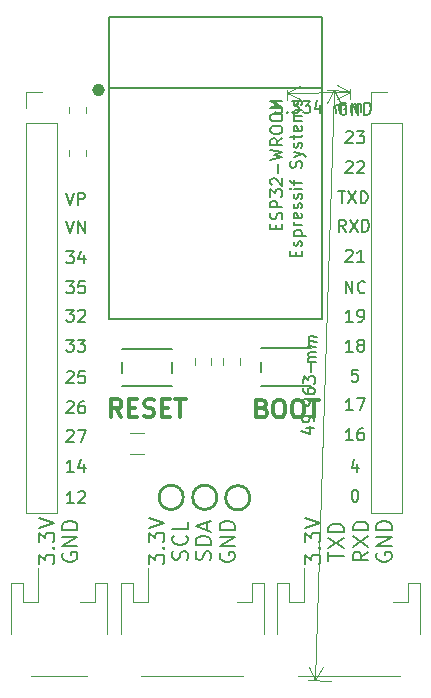
<source format=gbr>
G04 #@! TF.GenerationSoftware,KiCad,Pcbnew,(5.1.2)-1*
G04 #@! TF.CreationDate,2019-07-08T23:37:35+09:00*
G04 #@! TF.ProjectId,ESP32-breakout-SMD,45535033-322d-4627-9265-616b6f75742d,rev?*
G04 #@! TF.SameCoordinates,Original*
G04 #@! TF.FileFunction,Legend,Top*
G04 #@! TF.FilePolarity,Positive*
%FSLAX46Y46*%
G04 Gerber Fmt 4.6, Leading zero omitted, Abs format (unit mm)*
G04 Created by KiCad (PCBNEW (5.1.2)-1) date 2019-07-08 23:37:35*
%MOMM*%
%LPD*%
G04 APERTURE LIST*
%ADD10C,0.150000*%
%ADD11C,0.120000*%
%ADD12C,0.200000*%
%ADD13C,0.203200*%
%ADD14C,0.254000*%
%ADD15C,0.500000*%
%ADD16C,0.300000*%
G04 APERTURE END LIST*
D10*
X171982199Y-122369281D02*
X172648513Y-122390972D01*
X171593702Y-122594855D02*
X172299862Y-122856065D01*
X172320004Y-122237345D01*
X172667105Y-121819846D02*
X172673302Y-121629470D01*
X172628807Y-121532733D01*
X172582762Y-121483590D01*
X172443080Y-121383754D01*
X172254254Y-121329963D01*
X171873503Y-121317568D01*
X171776766Y-121362064D01*
X171727623Y-121408108D01*
X171676930Y-121501746D01*
X171670733Y-121692122D01*
X171715228Y-121788859D01*
X171761273Y-121838002D01*
X171854911Y-121888694D01*
X172092880Y-121896441D01*
X172189617Y-121851946D01*
X172238760Y-121805902D01*
X172289453Y-121712263D01*
X172295650Y-121521888D01*
X172251155Y-121425151D01*
X172205110Y-121376008D01*
X172111472Y-121325315D01*
X172601355Y-120912464D02*
X172650498Y-120866420D01*
X172696542Y-120915563D01*
X172647399Y-120961607D01*
X172601355Y-120912464D01*
X172696542Y-120915563D01*
X172713585Y-120392031D02*
X172719782Y-120201655D01*
X172675287Y-120104918D01*
X172629243Y-120055775D01*
X172489560Y-119955939D01*
X172300734Y-119902148D01*
X171919983Y-119889753D01*
X171823246Y-119934248D01*
X171774103Y-119980293D01*
X171723410Y-120073931D01*
X171717213Y-120264307D01*
X171761708Y-120361044D01*
X171807753Y-120410187D01*
X171901391Y-120460879D01*
X172139360Y-120468626D01*
X172236097Y-120424131D01*
X172285240Y-120378086D01*
X172335933Y-120284448D01*
X172342130Y-120094073D01*
X172297635Y-119997336D01*
X172251591Y-119948193D01*
X172157952Y-119897500D01*
X171757496Y-119026867D02*
X171751299Y-119217242D01*
X171795794Y-119313979D01*
X171841838Y-119363122D01*
X171981521Y-119462958D01*
X172170347Y-119516749D01*
X172551098Y-119529144D01*
X172647835Y-119484649D01*
X172696978Y-119438604D01*
X172747671Y-119344966D01*
X172753868Y-119154591D01*
X172709373Y-119057854D01*
X172663328Y-119008711D01*
X172569690Y-118958018D01*
X172331721Y-118950271D01*
X172234984Y-118994767D01*
X172185841Y-119040811D01*
X172135148Y-119134449D01*
X172128951Y-119324825D01*
X172173446Y-119421562D01*
X172219490Y-119470705D01*
X172313129Y-119521397D01*
X171771440Y-118598522D02*
X171791582Y-117979803D01*
X172161487Y-118325354D01*
X172166135Y-118182573D01*
X172216827Y-118088934D01*
X172265971Y-118042890D01*
X172362708Y-117998395D01*
X172600677Y-118006141D01*
X172694315Y-118056834D01*
X172740360Y-118105977D01*
X172784855Y-118202714D01*
X172775559Y-118488277D01*
X172724866Y-118581915D01*
X172675723Y-118627960D01*
X172829786Y-116822493D02*
X172163472Y-116800802D01*
X172258660Y-116803901D02*
X172212615Y-116754758D01*
X172168120Y-116658021D01*
X172172768Y-116515239D01*
X172223460Y-116421601D01*
X172320197Y-116377106D01*
X172843730Y-116394148D01*
X172320197Y-116377106D02*
X172226559Y-116326413D01*
X172182064Y-116229676D01*
X172186712Y-116086894D01*
X172237405Y-115993256D01*
X172334142Y-115948761D01*
X172857674Y-115965804D01*
X172873167Y-115489865D02*
X172206853Y-115468175D01*
X172302041Y-115471273D02*
X172255997Y-115422130D01*
X172211501Y-115325393D01*
X172216150Y-115182612D01*
X172266842Y-115088973D01*
X172363579Y-115044478D01*
X172887111Y-115061521D01*
X172363579Y-115044478D02*
X172269941Y-114993786D01*
X172225446Y-114897049D01*
X172230094Y-114754267D01*
X172280786Y-114660629D01*
X172377523Y-114616134D01*
X172901055Y-114633176D01*
D11*
X174397799Y-93784649D02*
X172772199Y-143721049D01*
X175717200Y-93827600D02*
X173811689Y-93765569D01*
X174091600Y-143764000D02*
X172186089Y-143701969D01*
X172772199Y-143721049D02*
X172222741Y-142576062D01*
X172772199Y-143721049D02*
X173394961Y-142614222D01*
X174397799Y-93784649D02*
X173775037Y-94891476D01*
X174397799Y-93784649D02*
X174947257Y-94929636D01*
D10*
X169916784Y-94706854D02*
X169440615Y-94711389D01*
X169397533Y-95188011D01*
X169444696Y-95139941D01*
X169539477Y-95091417D01*
X169777561Y-95089149D01*
X169873248Y-95135859D01*
X169921319Y-95183023D01*
X169969843Y-95277803D01*
X169972110Y-95515888D01*
X169925400Y-95611575D01*
X169878237Y-95659645D01*
X169783456Y-95708169D01*
X169545372Y-95710437D01*
X169449685Y-95663727D01*
X169401614Y-95616563D01*
X170401569Y-95607040D02*
X170449639Y-95654203D01*
X170402476Y-95702274D01*
X170354406Y-95655110D01*
X170401569Y-95607040D01*
X170402476Y-95702274D01*
X170773888Y-94698691D02*
X171392907Y-94692796D01*
X171063217Y-95076905D01*
X171206068Y-95075545D01*
X171301755Y-95122255D01*
X171349825Y-95169418D01*
X171398349Y-95264198D01*
X171400617Y-95502283D01*
X171353907Y-95597970D01*
X171306743Y-95646040D01*
X171211963Y-95694564D01*
X170926262Y-95697285D01*
X170830574Y-95650575D01*
X170782504Y-95603412D01*
X171726225Y-94689621D02*
X172345245Y-94683726D01*
X172015555Y-95067835D01*
X172158405Y-95066475D01*
X172254093Y-95113185D01*
X172302163Y-95160348D01*
X172350687Y-95255128D01*
X172352954Y-95493213D01*
X172306244Y-95588900D01*
X172259081Y-95636970D01*
X172164301Y-95685494D01*
X171878599Y-95688215D01*
X171782912Y-95641505D01*
X171734842Y-95594342D01*
X173205523Y-95008881D02*
X173211872Y-95675517D01*
X172963811Y-94630213D02*
X172732529Y-95346734D01*
X173351549Y-95340839D01*
X174497528Y-95663273D02*
X174491179Y-94996637D01*
X174492086Y-95091870D02*
X174539250Y-95043800D01*
X174634030Y-94995276D01*
X174776881Y-94993916D01*
X174872568Y-95040626D01*
X174921092Y-95135406D01*
X174926080Y-95659192D01*
X174921092Y-95135406D02*
X174967802Y-95039719D01*
X175062582Y-94991195D01*
X175205433Y-94989834D01*
X175301120Y-95036544D01*
X175349644Y-95131324D01*
X175354632Y-95655110D01*
X175830801Y-95650575D02*
X175824452Y-94983939D01*
X175825359Y-95079173D02*
X175872523Y-95031102D01*
X175967303Y-94982578D01*
X176110154Y-94981218D01*
X176205841Y-95027928D01*
X176254365Y-95122708D01*
X176259353Y-95646494D01*
X176254365Y-95122708D02*
X176301075Y-95027021D01*
X176395855Y-94978497D01*
X176538706Y-94977136D01*
X176634393Y-95023846D01*
X176682917Y-95118627D01*
X176687905Y-95642412D01*
D11*
X170385619Y-93979976D02*
X175719619Y-93929176D01*
X170383200Y-93726000D02*
X170391204Y-94566371D01*
X175717200Y-93675200D02*
X175725204Y-94515571D01*
X175719619Y-93929176D02*
X174598751Y-94526298D01*
X175719619Y-93929176D02*
X174587582Y-93353510D01*
X170385619Y-93979976D02*
X171517656Y-94555642D01*
X170385619Y-93979976D02*
X171506487Y-93382854D01*
D12*
X178013600Y-132968876D02*
X177951695Y-133092685D01*
X177951695Y-133278400D01*
X178013600Y-133464114D01*
X178137409Y-133587923D01*
X178261219Y-133649828D01*
X178508838Y-133711733D01*
X178694552Y-133711733D01*
X178942171Y-133649828D01*
X179065980Y-133587923D01*
X179189790Y-133464114D01*
X179251695Y-133278400D01*
X179251695Y-133154590D01*
X179189790Y-132968876D01*
X179127885Y-132906971D01*
X178694552Y-132906971D01*
X178694552Y-133154590D01*
X179251695Y-132349828D02*
X177951695Y-132349828D01*
X179251695Y-131606971D01*
X177951695Y-131606971D01*
X179251695Y-130987923D02*
X177951695Y-130987923D01*
X177951695Y-130678400D01*
X178013600Y-130492685D01*
X178137409Y-130368876D01*
X178261219Y-130306971D01*
X178508838Y-130245066D01*
X178694552Y-130245066D01*
X178942171Y-130306971D01*
X179065980Y-130368876D01*
X179189790Y-130492685D01*
X179251695Y-130678400D01*
X179251695Y-130987923D01*
X177270495Y-132845066D02*
X176651447Y-133278400D01*
X177270495Y-133587923D02*
X175970495Y-133587923D01*
X175970495Y-133092685D01*
X176032400Y-132968876D01*
X176094304Y-132906971D01*
X176218114Y-132845066D01*
X176403828Y-132845066D01*
X176527638Y-132906971D01*
X176589542Y-132968876D01*
X176651447Y-133092685D01*
X176651447Y-133587923D01*
X175970495Y-132411733D02*
X177270495Y-131545066D01*
X175970495Y-131545066D02*
X177270495Y-132411733D01*
X177270495Y-131049828D02*
X175970495Y-131049828D01*
X175970495Y-130740304D01*
X176032400Y-130554590D01*
X176156209Y-130430780D01*
X176280019Y-130368876D01*
X176527638Y-130306971D01*
X176713352Y-130306971D01*
X176960971Y-130368876D01*
X177084780Y-130430780D01*
X177208590Y-130554590D01*
X177270495Y-130740304D01*
X177270495Y-131049828D01*
X173887695Y-133618876D02*
X173887695Y-132876019D01*
X175187695Y-133247447D02*
X173887695Y-133247447D01*
X173887695Y-132566495D02*
X175187695Y-131699828D01*
X173887695Y-131699828D02*
X175187695Y-132566495D01*
X175187695Y-131204590D02*
X173887695Y-131204590D01*
X173887695Y-130895066D01*
X173949600Y-130709352D01*
X174073409Y-130585542D01*
X174197219Y-130523638D01*
X174444838Y-130461733D01*
X174630552Y-130461733D01*
X174878171Y-130523638D01*
X175001980Y-130585542D01*
X175125790Y-130709352D01*
X175187695Y-130895066D01*
X175187695Y-131204590D01*
X171906495Y-133897447D02*
X171906495Y-133092685D01*
X172401733Y-133526019D01*
X172401733Y-133340304D01*
X172463638Y-133216495D01*
X172525542Y-133154590D01*
X172649352Y-133092685D01*
X172958876Y-133092685D01*
X173082685Y-133154590D01*
X173144590Y-133216495D01*
X173206495Y-133340304D01*
X173206495Y-133711733D01*
X173144590Y-133835542D01*
X173082685Y-133897447D01*
X173082685Y-132535542D02*
X173144590Y-132473638D01*
X173206495Y-132535542D01*
X173144590Y-132597447D01*
X173082685Y-132535542D01*
X173206495Y-132535542D01*
X171906495Y-132040304D02*
X171906495Y-131235542D01*
X172401733Y-131668876D01*
X172401733Y-131483161D01*
X172463638Y-131359352D01*
X172525542Y-131297447D01*
X172649352Y-131235542D01*
X172958876Y-131235542D01*
X173082685Y-131297447D01*
X173144590Y-131359352D01*
X173206495Y-131483161D01*
X173206495Y-131854590D01*
X173144590Y-131978400D01*
X173082685Y-132040304D01*
X171906495Y-130864114D02*
X173206495Y-130430780D01*
X171906495Y-129997447D01*
X164754800Y-132968876D02*
X164692895Y-133092685D01*
X164692895Y-133278400D01*
X164754800Y-133464114D01*
X164878609Y-133587923D01*
X165002419Y-133649828D01*
X165250038Y-133711733D01*
X165435752Y-133711733D01*
X165683371Y-133649828D01*
X165807180Y-133587923D01*
X165930990Y-133464114D01*
X165992895Y-133278400D01*
X165992895Y-133154590D01*
X165930990Y-132968876D01*
X165869085Y-132906971D01*
X165435752Y-132906971D01*
X165435752Y-133154590D01*
X165992895Y-132349828D02*
X164692895Y-132349828D01*
X165992895Y-131606971D01*
X164692895Y-131606971D01*
X165992895Y-130987923D02*
X164692895Y-130987923D01*
X164692895Y-130678400D01*
X164754800Y-130492685D01*
X164878609Y-130368876D01*
X165002419Y-130306971D01*
X165250038Y-130245066D01*
X165435752Y-130245066D01*
X165683371Y-130306971D01*
X165807180Y-130368876D01*
X165930990Y-130492685D01*
X165992895Y-130678400D01*
X165992895Y-130987923D01*
X163898990Y-133556971D02*
X163960895Y-133371257D01*
X163960895Y-133061733D01*
X163898990Y-132937923D01*
X163837085Y-132876019D01*
X163713276Y-132814114D01*
X163589466Y-132814114D01*
X163465657Y-132876019D01*
X163403752Y-132937923D01*
X163341847Y-133061733D01*
X163279942Y-133309352D01*
X163218038Y-133433161D01*
X163156133Y-133495066D01*
X163032323Y-133556971D01*
X162908514Y-133556971D01*
X162784704Y-133495066D01*
X162722800Y-133433161D01*
X162660895Y-133309352D01*
X162660895Y-132999828D01*
X162722800Y-132814114D01*
X163960895Y-132256971D02*
X162660895Y-132256971D01*
X162660895Y-131947447D01*
X162722800Y-131761733D01*
X162846609Y-131637923D01*
X162970419Y-131576019D01*
X163218038Y-131514114D01*
X163403752Y-131514114D01*
X163651371Y-131576019D01*
X163775180Y-131637923D01*
X163898990Y-131761733D01*
X163960895Y-131947447D01*
X163960895Y-132256971D01*
X163589466Y-131018876D02*
X163589466Y-130399828D01*
X163960895Y-131142685D02*
X162660895Y-130709352D01*
X163960895Y-130276019D01*
X161917790Y-133526019D02*
X161979695Y-133340304D01*
X161979695Y-133030780D01*
X161917790Y-132906971D01*
X161855885Y-132845066D01*
X161732076Y-132783161D01*
X161608266Y-132783161D01*
X161484457Y-132845066D01*
X161422552Y-132906971D01*
X161360647Y-133030780D01*
X161298742Y-133278400D01*
X161236838Y-133402209D01*
X161174933Y-133464114D01*
X161051123Y-133526019D01*
X160927314Y-133526019D01*
X160803504Y-133464114D01*
X160741600Y-133402209D01*
X160679695Y-133278400D01*
X160679695Y-132968876D01*
X160741600Y-132783161D01*
X161855885Y-131483161D02*
X161917790Y-131545066D01*
X161979695Y-131730780D01*
X161979695Y-131854590D01*
X161917790Y-132040304D01*
X161793980Y-132164114D01*
X161670171Y-132226019D01*
X161422552Y-132287923D01*
X161236838Y-132287923D01*
X160989219Y-132226019D01*
X160865409Y-132164114D01*
X160741600Y-132040304D01*
X160679695Y-131854590D01*
X160679695Y-131730780D01*
X160741600Y-131545066D01*
X160803504Y-131483161D01*
X161979695Y-130306971D02*
X161979695Y-130926019D01*
X160679695Y-130926019D01*
X158698495Y-133897447D02*
X158698495Y-133092685D01*
X159193733Y-133526019D01*
X159193733Y-133340304D01*
X159255638Y-133216495D01*
X159317542Y-133154590D01*
X159441352Y-133092685D01*
X159750876Y-133092685D01*
X159874685Y-133154590D01*
X159936590Y-133216495D01*
X159998495Y-133340304D01*
X159998495Y-133711733D01*
X159936590Y-133835542D01*
X159874685Y-133897447D01*
X159874685Y-132535542D02*
X159936590Y-132473638D01*
X159998495Y-132535542D01*
X159936590Y-132597447D01*
X159874685Y-132535542D01*
X159998495Y-132535542D01*
X158698495Y-132040304D02*
X158698495Y-131235542D01*
X159193733Y-131668876D01*
X159193733Y-131483161D01*
X159255638Y-131359352D01*
X159317542Y-131297447D01*
X159441352Y-131235542D01*
X159750876Y-131235542D01*
X159874685Y-131297447D01*
X159936590Y-131359352D01*
X159998495Y-131483161D01*
X159998495Y-131854590D01*
X159936590Y-131978400D01*
X159874685Y-132040304D01*
X158698495Y-130864114D02*
X159998495Y-130430780D01*
X158698495Y-129997447D01*
X151394400Y-132968876D02*
X151332495Y-133092685D01*
X151332495Y-133278400D01*
X151394400Y-133464114D01*
X151518209Y-133587923D01*
X151642019Y-133649828D01*
X151889638Y-133711733D01*
X152075352Y-133711733D01*
X152322971Y-133649828D01*
X152446780Y-133587923D01*
X152570590Y-133464114D01*
X152632495Y-133278400D01*
X152632495Y-133154590D01*
X152570590Y-132968876D01*
X152508685Y-132906971D01*
X152075352Y-132906971D01*
X152075352Y-133154590D01*
X152632495Y-132349828D02*
X151332495Y-132349828D01*
X152632495Y-131606971D01*
X151332495Y-131606971D01*
X152632495Y-130987923D02*
X151332495Y-130987923D01*
X151332495Y-130678400D01*
X151394400Y-130492685D01*
X151518209Y-130368876D01*
X151642019Y-130306971D01*
X151889638Y-130245066D01*
X152075352Y-130245066D01*
X152322971Y-130306971D01*
X152446780Y-130368876D01*
X152570590Y-130492685D01*
X152632495Y-130678400D01*
X152632495Y-130987923D01*
D13*
X152333476Y-126062619D02*
X151752904Y-126062619D01*
X152043190Y-126062619D02*
X152043190Y-125046619D01*
X151946428Y-125191761D01*
X151849666Y-125288523D01*
X151752904Y-125336904D01*
X153204333Y-125385285D02*
X153204333Y-126062619D01*
X152962428Y-124998238D02*
X152720523Y-125723952D01*
X153349476Y-125723952D01*
X151752904Y-120190380D02*
X151801285Y-120142000D01*
X151898047Y-120093619D01*
X152139952Y-120093619D01*
X152236714Y-120142000D01*
X152285095Y-120190380D01*
X152333476Y-120287142D01*
X152333476Y-120383904D01*
X152285095Y-120529047D01*
X151704523Y-121109619D01*
X152333476Y-121109619D01*
X153204333Y-120093619D02*
X153010809Y-120093619D01*
X152914047Y-120142000D01*
X152865666Y-120190380D01*
X152768904Y-120335523D01*
X152720523Y-120529047D01*
X152720523Y-120916095D01*
X152768904Y-121012857D01*
X152817285Y-121061238D01*
X152914047Y-121109619D01*
X153107571Y-121109619D01*
X153204333Y-121061238D01*
X153252714Y-121012857D01*
X153301095Y-120916095D01*
X153301095Y-120674190D01*
X153252714Y-120577428D01*
X153204333Y-120529047D01*
X153107571Y-120480666D01*
X152914047Y-120480666D01*
X152817285Y-120529047D01*
X152768904Y-120577428D01*
X152720523Y-120674190D01*
X151752904Y-122603380D02*
X151801285Y-122555000D01*
X151898047Y-122506619D01*
X152139952Y-122506619D01*
X152236714Y-122555000D01*
X152285095Y-122603380D01*
X152333476Y-122700142D01*
X152333476Y-122796904D01*
X152285095Y-122942047D01*
X151704523Y-123522619D01*
X152333476Y-123522619D01*
X152672142Y-122506619D02*
X153349476Y-122506619D01*
X152914047Y-123522619D01*
X152333476Y-128729619D02*
X151752904Y-128729619D01*
X152043190Y-128729619D02*
X152043190Y-127713619D01*
X151946428Y-127858761D01*
X151849666Y-127955523D01*
X151752904Y-128003904D01*
X152720523Y-127810380D02*
X152768904Y-127762000D01*
X152865666Y-127713619D01*
X153107571Y-127713619D01*
X153204333Y-127762000D01*
X153252714Y-127810380D01*
X153301095Y-127907142D01*
X153301095Y-128003904D01*
X153252714Y-128149047D01*
X152672142Y-128729619D01*
X153301095Y-128729619D01*
X151704523Y-112346619D02*
X152333476Y-112346619D01*
X151994809Y-112733666D01*
X152139952Y-112733666D01*
X152236714Y-112782047D01*
X152285095Y-112830428D01*
X152333476Y-112927190D01*
X152333476Y-113169095D01*
X152285095Y-113265857D01*
X152236714Y-113314238D01*
X152139952Y-113362619D01*
X151849666Y-113362619D01*
X151752904Y-113314238D01*
X151704523Y-113265857D01*
X152720523Y-112443380D02*
X152768904Y-112395000D01*
X152865666Y-112346619D01*
X153107571Y-112346619D01*
X153204333Y-112395000D01*
X153252714Y-112443380D01*
X153301095Y-112540142D01*
X153301095Y-112636904D01*
X153252714Y-112782047D01*
X152672142Y-113362619D01*
X153301095Y-113362619D01*
X151656142Y-104853619D02*
X151994809Y-105869619D01*
X152333476Y-104853619D01*
X152672142Y-105869619D02*
X152672142Y-104853619D01*
X153252714Y-105869619D01*
X153252714Y-104853619D01*
X151680333Y-102440619D02*
X152019000Y-103456619D01*
X152357666Y-102440619D01*
X152696333Y-103456619D02*
X152696333Y-102440619D01*
X153083380Y-102440619D01*
X153180142Y-102489000D01*
X153228523Y-102537380D01*
X153276904Y-102634142D01*
X153276904Y-102779285D01*
X153228523Y-102876047D01*
X153180142Y-102924428D01*
X153083380Y-102972809D01*
X152696333Y-102972809D01*
X151704523Y-107393619D02*
X152333476Y-107393619D01*
X151994809Y-107780666D01*
X152139952Y-107780666D01*
X152236714Y-107829047D01*
X152285095Y-107877428D01*
X152333476Y-107974190D01*
X152333476Y-108216095D01*
X152285095Y-108312857D01*
X152236714Y-108361238D01*
X152139952Y-108409619D01*
X151849666Y-108409619D01*
X151752904Y-108361238D01*
X151704523Y-108312857D01*
X153204333Y-107732285D02*
X153204333Y-108409619D01*
X152962428Y-107345238D02*
X152720523Y-108070952D01*
X153349476Y-108070952D01*
X151704523Y-109933619D02*
X152333476Y-109933619D01*
X151994809Y-110320666D01*
X152139952Y-110320666D01*
X152236714Y-110369047D01*
X152285095Y-110417428D01*
X152333476Y-110514190D01*
X152333476Y-110756095D01*
X152285095Y-110852857D01*
X152236714Y-110901238D01*
X152139952Y-110949619D01*
X151849666Y-110949619D01*
X151752904Y-110901238D01*
X151704523Y-110852857D01*
X153252714Y-109933619D02*
X152768904Y-109933619D01*
X152720523Y-110417428D01*
X152768904Y-110369047D01*
X152865666Y-110320666D01*
X153107571Y-110320666D01*
X153204333Y-110369047D01*
X153252714Y-110417428D01*
X153301095Y-110514190D01*
X153301095Y-110756095D01*
X153252714Y-110852857D01*
X153204333Y-110901238D01*
X153107571Y-110949619D01*
X152865666Y-110949619D01*
X152768904Y-110901238D01*
X152720523Y-110852857D01*
X151752904Y-117650380D02*
X151801285Y-117602000D01*
X151898047Y-117553619D01*
X152139952Y-117553619D01*
X152236714Y-117602000D01*
X152285095Y-117650380D01*
X152333476Y-117747142D01*
X152333476Y-117843904D01*
X152285095Y-117989047D01*
X151704523Y-118569619D01*
X152333476Y-118569619D01*
X153252714Y-117553619D02*
X152768904Y-117553619D01*
X152720523Y-118037428D01*
X152768904Y-117989047D01*
X152865666Y-117940666D01*
X153107571Y-117940666D01*
X153204333Y-117989047D01*
X153252714Y-118037428D01*
X153301095Y-118134190D01*
X153301095Y-118376095D01*
X153252714Y-118472857D01*
X153204333Y-118521238D01*
X153107571Y-118569619D01*
X152865666Y-118569619D01*
X152768904Y-118521238D01*
X152720523Y-118472857D01*
X151704523Y-114886619D02*
X152333476Y-114886619D01*
X151994809Y-115273666D01*
X152139952Y-115273666D01*
X152236714Y-115322047D01*
X152285095Y-115370428D01*
X152333476Y-115467190D01*
X152333476Y-115709095D01*
X152285095Y-115805857D01*
X152236714Y-115854238D01*
X152139952Y-115902619D01*
X151849666Y-115902619D01*
X151752904Y-115854238D01*
X151704523Y-115805857D01*
X152672142Y-114886619D02*
X153301095Y-114886619D01*
X152962428Y-115273666D01*
X153107571Y-115273666D01*
X153204333Y-115322047D01*
X153252714Y-115370428D01*
X153301095Y-115467190D01*
X153301095Y-115709095D01*
X153252714Y-115805857D01*
X153204333Y-115854238D01*
X153107571Y-115902619D01*
X152817285Y-115902619D01*
X152720523Y-115854238D01*
X152672142Y-115805857D01*
X176342523Y-125385285D02*
X176342523Y-126062619D01*
X176100619Y-124998238D02*
X175858714Y-125723952D01*
X176487666Y-125723952D01*
X176100619Y-127586619D02*
X176197380Y-127586619D01*
X176294142Y-127635000D01*
X176342523Y-127683380D01*
X176390904Y-127780142D01*
X176439285Y-127973666D01*
X176439285Y-128215571D01*
X176390904Y-128409095D01*
X176342523Y-128505857D01*
X176294142Y-128554238D01*
X176197380Y-128602619D01*
X176100619Y-128602619D01*
X176003857Y-128554238D01*
X175955476Y-128505857D01*
X175907095Y-128409095D01*
X175858714Y-128215571D01*
X175858714Y-127973666D01*
X175907095Y-127780142D01*
X175955476Y-127683380D01*
X176003857Y-127635000D01*
X176100619Y-127586619D01*
X175955476Y-113362619D02*
X175374904Y-113362619D01*
X175665190Y-113362619D02*
X175665190Y-112346619D01*
X175568428Y-112491761D01*
X175471666Y-112588523D01*
X175374904Y-112636904D01*
X176439285Y-113362619D02*
X176632809Y-113362619D01*
X176729571Y-113314238D01*
X176777952Y-113265857D01*
X176874714Y-113120714D01*
X176923095Y-112927190D01*
X176923095Y-112540142D01*
X176874714Y-112443380D01*
X176826333Y-112395000D01*
X176729571Y-112346619D01*
X176536047Y-112346619D01*
X176439285Y-112395000D01*
X176390904Y-112443380D01*
X176342523Y-112540142D01*
X176342523Y-112782047D01*
X176390904Y-112878809D01*
X176439285Y-112927190D01*
X176536047Y-112975571D01*
X176729571Y-112975571D01*
X176826333Y-112927190D01*
X176874714Y-112878809D01*
X176923095Y-112782047D01*
X175350714Y-110949619D02*
X175350714Y-109933619D01*
X175931285Y-110949619D01*
X175931285Y-109933619D01*
X176995666Y-110852857D02*
X176947285Y-110901238D01*
X176802142Y-110949619D01*
X176705380Y-110949619D01*
X176560238Y-110901238D01*
X176463476Y-110804476D01*
X176415095Y-110707714D01*
X176366714Y-110514190D01*
X176366714Y-110369047D01*
X176415095Y-110175523D01*
X176463476Y-110078761D01*
X176560238Y-109982000D01*
X176705380Y-109933619D01*
X176802142Y-109933619D01*
X176947285Y-109982000D01*
X176995666Y-110030380D01*
X175955476Y-123395619D02*
X175374904Y-123395619D01*
X175665190Y-123395619D02*
X175665190Y-122379619D01*
X175568428Y-122524761D01*
X175471666Y-122621523D01*
X175374904Y-122669904D01*
X176826333Y-122379619D02*
X176632809Y-122379619D01*
X176536047Y-122428000D01*
X176487666Y-122476380D01*
X176390904Y-122621523D01*
X176342523Y-122815047D01*
X176342523Y-123202095D01*
X176390904Y-123298857D01*
X176439285Y-123347238D01*
X176536047Y-123395619D01*
X176729571Y-123395619D01*
X176826333Y-123347238D01*
X176874714Y-123298857D01*
X176923095Y-123202095D01*
X176923095Y-122960190D01*
X176874714Y-122863428D01*
X176826333Y-122815047D01*
X176729571Y-122766666D01*
X176536047Y-122766666D01*
X176439285Y-122815047D01*
X176390904Y-122863428D01*
X176342523Y-122960190D01*
X175955476Y-120855619D02*
X175374904Y-120855619D01*
X175665190Y-120855619D02*
X175665190Y-119839619D01*
X175568428Y-119984761D01*
X175471666Y-120081523D01*
X175374904Y-120129904D01*
X176294142Y-119839619D02*
X176971476Y-119839619D01*
X176536047Y-120855619D01*
X176390904Y-117426619D02*
X175907095Y-117426619D01*
X175858714Y-117910428D01*
X175907095Y-117862047D01*
X176003857Y-117813666D01*
X176245761Y-117813666D01*
X176342523Y-117862047D01*
X176390904Y-117910428D01*
X176439285Y-118007190D01*
X176439285Y-118249095D01*
X176390904Y-118345857D01*
X176342523Y-118394238D01*
X176245761Y-118442619D01*
X176003857Y-118442619D01*
X175907095Y-118394238D01*
X175858714Y-118345857D01*
X175955476Y-115902619D02*
X175374904Y-115902619D01*
X175665190Y-115902619D02*
X175665190Y-114886619D01*
X175568428Y-115031761D01*
X175471666Y-115128523D01*
X175374904Y-115176904D01*
X176536047Y-115322047D02*
X176439285Y-115273666D01*
X176390904Y-115225285D01*
X176342523Y-115128523D01*
X176342523Y-115080142D01*
X176390904Y-114983380D01*
X176439285Y-114935000D01*
X176536047Y-114886619D01*
X176729571Y-114886619D01*
X176826333Y-114935000D01*
X176874714Y-114983380D01*
X176923095Y-115080142D01*
X176923095Y-115128523D01*
X176874714Y-115225285D01*
X176826333Y-115273666D01*
X176729571Y-115322047D01*
X176536047Y-115322047D01*
X176439285Y-115370428D01*
X176390904Y-115418809D01*
X176342523Y-115515571D01*
X176342523Y-115709095D01*
X176390904Y-115805857D01*
X176439285Y-115854238D01*
X176536047Y-115902619D01*
X176729571Y-115902619D01*
X176826333Y-115854238D01*
X176874714Y-115805857D01*
X176923095Y-115709095D01*
X176923095Y-115515571D01*
X176874714Y-115418809D01*
X176826333Y-115370428D01*
X176729571Y-115322047D01*
X175344666Y-105742619D02*
X175006000Y-105258809D01*
X174764095Y-105742619D02*
X174764095Y-104726619D01*
X175151142Y-104726619D01*
X175247904Y-104775000D01*
X175296285Y-104823380D01*
X175344666Y-104920142D01*
X175344666Y-105065285D01*
X175296285Y-105162047D01*
X175247904Y-105210428D01*
X175151142Y-105258809D01*
X174764095Y-105258809D01*
X175683333Y-104726619D02*
X176360666Y-105742619D01*
X176360666Y-104726619D02*
X175683333Y-105742619D01*
X176747714Y-105742619D02*
X176747714Y-104726619D01*
X176989619Y-104726619D01*
X177134761Y-104775000D01*
X177231523Y-104871761D01*
X177279904Y-104968523D01*
X177328285Y-105162047D01*
X177328285Y-105307190D01*
X177279904Y-105500714D01*
X177231523Y-105597476D01*
X177134761Y-105694238D01*
X176989619Y-105742619D01*
X176747714Y-105742619D01*
X174739904Y-102313619D02*
X175320476Y-102313619D01*
X175030190Y-103329619D02*
X175030190Y-102313619D01*
X175562380Y-102313619D02*
X176239714Y-103329619D01*
X176239714Y-102313619D02*
X175562380Y-103329619D01*
X176626761Y-103329619D02*
X176626761Y-102313619D01*
X176868666Y-102313619D01*
X177013809Y-102362000D01*
X177110571Y-102458761D01*
X177158952Y-102555523D01*
X177207333Y-102749047D01*
X177207333Y-102894190D01*
X177158952Y-103087714D01*
X177110571Y-103184476D01*
X177013809Y-103281238D01*
X176868666Y-103329619D01*
X176626761Y-103329619D01*
X175374904Y-107363380D02*
X175423285Y-107315000D01*
X175520047Y-107266619D01*
X175761952Y-107266619D01*
X175858714Y-107315000D01*
X175907095Y-107363380D01*
X175955476Y-107460142D01*
X175955476Y-107556904D01*
X175907095Y-107702047D01*
X175326523Y-108282619D01*
X175955476Y-108282619D01*
X176923095Y-108282619D02*
X176342523Y-108282619D01*
X176632809Y-108282619D02*
X176632809Y-107266619D01*
X176536047Y-107411761D01*
X176439285Y-107508523D01*
X176342523Y-107556904D01*
X175374904Y-99870380D02*
X175423285Y-99822000D01*
X175520047Y-99773619D01*
X175761952Y-99773619D01*
X175858714Y-99822000D01*
X175907095Y-99870380D01*
X175955476Y-99967142D01*
X175955476Y-100063904D01*
X175907095Y-100209047D01*
X175326523Y-100789619D01*
X175955476Y-100789619D01*
X176342523Y-99870380D02*
X176390904Y-99822000D01*
X176487666Y-99773619D01*
X176729571Y-99773619D01*
X176826333Y-99822000D01*
X176874714Y-99870380D01*
X176923095Y-99967142D01*
X176923095Y-100063904D01*
X176874714Y-100209047D01*
X176294142Y-100789619D01*
X176923095Y-100789619D01*
X175374904Y-97330380D02*
X175423285Y-97282000D01*
X175520047Y-97233619D01*
X175761952Y-97233619D01*
X175858714Y-97282000D01*
X175907095Y-97330380D01*
X175955476Y-97427142D01*
X175955476Y-97523904D01*
X175907095Y-97669047D01*
X175326523Y-98249619D01*
X175955476Y-98249619D01*
X176294142Y-97233619D02*
X176923095Y-97233619D01*
X176584428Y-97620666D01*
X176729571Y-97620666D01*
X176826333Y-97669047D01*
X176874714Y-97717428D01*
X176923095Y-97814190D01*
X176923095Y-98056095D01*
X176874714Y-98152857D01*
X176826333Y-98201238D01*
X176729571Y-98249619D01*
X176439285Y-98249619D01*
X176342523Y-98201238D01*
X176294142Y-98152857D01*
X175374904Y-94869000D02*
X175278142Y-94820619D01*
X175133000Y-94820619D01*
X174987857Y-94869000D01*
X174891095Y-94965761D01*
X174842714Y-95062523D01*
X174794333Y-95256047D01*
X174794333Y-95401190D01*
X174842714Y-95594714D01*
X174891095Y-95691476D01*
X174987857Y-95788238D01*
X175133000Y-95836619D01*
X175229761Y-95836619D01*
X175374904Y-95788238D01*
X175423285Y-95739857D01*
X175423285Y-95401190D01*
X175229761Y-95401190D01*
X175858714Y-95836619D02*
X175858714Y-94820619D01*
X176439285Y-95836619D01*
X176439285Y-94820619D01*
X176923095Y-95836619D02*
X176923095Y-94820619D01*
X177165000Y-94820619D01*
X177310142Y-94869000D01*
X177406904Y-94965761D01*
X177455285Y-95062523D01*
X177503666Y-95256047D01*
X177503666Y-95401190D01*
X177455285Y-95594714D01*
X177406904Y-95691476D01*
X177310142Y-95788238D01*
X177165000Y-95836619D01*
X176923095Y-95836619D01*
D14*
X167241507Y-128277906D02*
G75*
G03X167241507Y-128277906I-1023907J0D01*
G01*
X161602707Y-128244600D02*
G75*
G03X161602707Y-128244600I-1023907J0D01*
G01*
X164447507Y-128244600D02*
G75*
G03X164447507Y-128244600I-1023907J0D01*
G01*
D12*
X149402095Y-133897447D02*
X149402095Y-133092685D01*
X149897333Y-133526019D01*
X149897333Y-133340304D01*
X149959238Y-133216495D01*
X150021142Y-133154590D01*
X150144952Y-133092685D01*
X150454476Y-133092685D01*
X150578285Y-133154590D01*
X150640190Y-133216495D01*
X150702095Y-133340304D01*
X150702095Y-133711733D01*
X150640190Y-133835542D01*
X150578285Y-133897447D01*
X150578285Y-132535542D02*
X150640190Y-132473638D01*
X150702095Y-132535542D01*
X150640190Y-132597447D01*
X150578285Y-132535542D01*
X150702095Y-132535542D01*
X149402095Y-132040304D02*
X149402095Y-131235542D01*
X149897333Y-131668876D01*
X149897333Y-131483161D01*
X149959238Y-131359352D01*
X150021142Y-131297447D01*
X150144952Y-131235542D01*
X150454476Y-131235542D01*
X150578285Y-131297447D01*
X150640190Y-131359352D01*
X150702095Y-131483161D01*
X150702095Y-131854590D01*
X150640190Y-131978400D01*
X150578285Y-132040304D01*
X149402095Y-130864114D02*
X150702095Y-130430780D01*
X149402095Y-129997447D01*
D11*
X153364000Y-95686752D02*
X153364000Y-95164248D01*
X151944000Y-95686752D02*
X151944000Y-95164248D01*
X162561200Y-116477148D02*
X162561200Y-116999652D01*
X163981200Y-116477148D02*
X163981200Y-116999652D01*
X166419600Y-116999652D02*
X166419600Y-116477148D01*
X164999600Y-116999652D02*
X164999600Y-116477148D01*
X151944000Y-98798748D02*
X151944000Y-99321252D01*
X153364000Y-98798748D02*
X153364000Y-99321252D01*
X157081136Y-124608000D02*
X158285264Y-124608000D01*
X157081136Y-122788000D02*
X158285264Y-122788000D01*
X171278400Y-143346400D02*
X179958400Y-143346400D01*
X180658400Y-137126400D02*
X179378400Y-137126400D01*
X180658400Y-135526400D02*
X180658400Y-137126400D01*
X181678400Y-135526400D02*
X180658400Y-135526400D01*
X181678400Y-139776400D02*
X181678400Y-135526400D01*
X171858400Y-137126400D02*
X171858400Y-134236400D01*
X170578400Y-137126400D02*
X171858400Y-137126400D01*
X170578400Y-135526400D02*
X170578400Y-137126400D01*
X169558400Y-135526400D02*
X170578400Y-135526400D01*
X169558400Y-139776400D02*
X169558400Y-135526400D01*
X148276000Y-93920000D02*
X149606000Y-93920000D01*
X148276000Y-95250000D02*
X148276000Y-93920000D01*
X148276000Y-96520000D02*
X150936000Y-96520000D01*
X150936000Y-96520000D02*
X150936000Y-129600000D01*
X148276000Y-96520000D02*
X148276000Y-129600000D01*
X148276000Y-129600000D02*
X150936000Y-129600000D01*
X177486000Y-93920000D02*
X178816000Y-93920000D01*
X177486000Y-95250000D02*
X177486000Y-93920000D01*
X177486000Y-96520000D02*
X180146000Y-96520000D01*
X180146000Y-96520000D02*
X180146000Y-129600000D01*
X177486000Y-96520000D02*
X177486000Y-129600000D01*
X177486000Y-129600000D02*
X180146000Y-129600000D01*
D15*
X154707981Y-93756000D02*
G75*
G03X154707981Y-93756000I-283981J0D01*
G01*
D10*
X173330000Y-93610000D02*
X155330000Y-93610000D01*
X155330000Y-87610000D02*
X155330000Y-113110000D01*
X173330000Y-87610000D02*
X173330000Y-113110000D01*
X173330000Y-113110000D02*
X155330000Y-113110000D01*
X173330000Y-87610000D02*
X155330000Y-87610000D01*
D12*
X156446800Y-117696400D02*
X156446800Y-116796400D01*
X160646800Y-116796400D02*
X160646800Y-117696400D01*
X160646800Y-115646400D02*
X156446800Y-115646400D01*
X160646800Y-118846400D02*
X156446800Y-118846400D01*
X172381600Y-118795600D02*
X168181600Y-118795600D01*
X172381600Y-115595600D02*
X168181600Y-115595600D01*
X172381600Y-116745600D02*
X172381600Y-117645600D01*
X168181600Y-117645600D02*
X168181600Y-116745600D01*
D11*
X147019200Y-139776400D02*
X147019200Y-135526400D01*
X147019200Y-135526400D02*
X148039200Y-135526400D01*
X148039200Y-135526400D02*
X148039200Y-137126400D01*
X148039200Y-137126400D02*
X149319200Y-137126400D01*
X149319200Y-137126400D02*
X149319200Y-134236400D01*
X155139200Y-139776400D02*
X155139200Y-135526400D01*
X155139200Y-135526400D02*
X154119200Y-135526400D01*
X154119200Y-135526400D02*
X154119200Y-137126400D01*
X154119200Y-137126400D02*
X152839200Y-137126400D01*
X148739200Y-143346400D02*
X153419200Y-143346400D01*
X156296800Y-139776400D02*
X156296800Y-135526400D01*
X156296800Y-135526400D02*
X157316800Y-135526400D01*
X157316800Y-135526400D02*
X157316800Y-137126400D01*
X157316800Y-137126400D02*
X158596800Y-137126400D01*
X158596800Y-137126400D02*
X158596800Y-134236400D01*
X168416800Y-139776400D02*
X168416800Y-135526400D01*
X168416800Y-135526400D02*
X167396800Y-135526400D01*
X167396800Y-135526400D02*
X167396800Y-137126400D01*
X167396800Y-137126400D02*
X166116800Y-137126400D01*
X158016800Y-143346400D02*
X166696800Y-143346400D01*
D10*
X171116571Y-107820428D02*
X171116571Y-107487095D01*
X171640380Y-107344238D02*
X171640380Y-107820428D01*
X170640380Y-107820428D01*
X170640380Y-107344238D01*
X171592761Y-106963285D02*
X171640380Y-106868047D01*
X171640380Y-106677571D01*
X171592761Y-106582333D01*
X171497523Y-106534714D01*
X171449904Y-106534714D01*
X171354666Y-106582333D01*
X171307047Y-106677571D01*
X171307047Y-106820428D01*
X171259428Y-106915666D01*
X171164190Y-106963285D01*
X171116571Y-106963285D01*
X171021333Y-106915666D01*
X170973714Y-106820428D01*
X170973714Y-106677571D01*
X171021333Y-106582333D01*
X170973714Y-106106142D02*
X171973714Y-106106142D01*
X171021333Y-106106142D02*
X170973714Y-106010904D01*
X170973714Y-105820428D01*
X171021333Y-105725190D01*
X171068952Y-105677571D01*
X171164190Y-105629952D01*
X171449904Y-105629952D01*
X171545142Y-105677571D01*
X171592761Y-105725190D01*
X171640380Y-105820428D01*
X171640380Y-106010904D01*
X171592761Y-106106142D01*
X171640380Y-105201380D02*
X170973714Y-105201380D01*
X171164190Y-105201380D02*
X171068952Y-105153761D01*
X171021333Y-105106142D01*
X170973714Y-105010904D01*
X170973714Y-104915666D01*
X171592761Y-104201380D02*
X171640380Y-104296619D01*
X171640380Y-104487095D01*
X171592761Y-104582333D01*
X171497523Y-104629952D01*
X171116571Y-104629952D01*
X171021333Y-104582333D01*
X170973714Y-104487095D01*
X170973714Y-104296619D01*
X171021333Y-104201380D01*
X171116571Y-104153761D01*
X171211809Y-104153761D01*
X171307047Y-104629952D01*
X171592761Y-103772809D02*
X171640380Y-103677571D01*
X171640380Y-103487095D01*
X171592761Y-103391857D01*
X171497523Y-103344238D01*
X171449904Y-103344238D01*
X171354666Y-103391857D01*
X171307047Y-103487095D01*
X171307047Y-103629952D01*
X171259428Y-103725190D01*
X171164190Y-103772809D01*
X171116571Y-103772809D01*
X171021333Y-103725190D01*
X170973714Y-103629952D01*
X170973714Y-103487095D01*
X171021333Y-103391857D01*
X171592761Y-102963285D02*
X171640380Y-102868047D01*
X171640380Y-102677571D01*
X171592761Y-102582333D01*
X171497523Y-102534714D01*
X171449904Y-102534714D01*
X171354666Y-102582333D01*
X171307047Y-102677571D01*
X171307047Y-102820428D01*
X171259428Y-102915666D01*
X171164190Y-102963285D01*
X171116571Y-102963285D01*
X171021333Y-102915666D01*
X170973714Y-102820428D01*
X170973714Y-102677571D01*
X171021333Y-102582333D01*
X171640380Y-102106142D02*
X170973714Y-102106142D01*
X170640380Y-102106142D02*
X170688000Y-102153761D01*
X170735619Y-102106142D01*
X170688000Y-102058523D01*
X170640380Y-102106142D01*
X170735619Y-102106142D01*
X170973714Y-101772809D02*
X170973714Y-101391857D01*
X171640380Y-101629952D02*
X170783238Y-101629952D01*
X170688000Y-101582333D01*
X170640380Y-101487095D01*
X170640380Y-101391857D01*
X171592761Y-100344238D02*
X171640380Y-100201380D01*
X171640380Y-99963285D01*
X171592761Y-99868047D01*
X171545142Y-99820428D01*
X171449904Y-99772809D01*
X171354666Y-99772809D01*
X171259428Y-99820428D01*
X171211809Y-99868047D01*
X171164190Y-99963285D01*
X171116571Y-100153761D01*
X171068952Y-100249000D01*
X171021333Y-100296619D01*
X170926095Y-100344238D01*
X170830857Y-100344238D01*
X170735619Y-100296619D01*
X170688000Y-100249000D01*
X170640380Y-100153761D01*
X170640380Y-99915666D01*
X170688000Y-99772809D01*
X170973714Y-99439476D02*
X171640380Y-99201380D01*
X170973714Y-98963285D02*
X171640380Y-99201380D01*
X171878476Y-99296619D01*
X171926095Y-99344238D01*
X171973714Y-99439476D01*
X171592761Y-98629952D02*
X171640380Y-98534714D01*
X171640380Y-98344238D01*
X171592761Y-98249000D01*
X171497523Y-98201380D01*
X171449904Y-98201380D01*
X171354666Y-98249000D01*
X171307047Y-98344238D01*
X171307047Y-98487095D01*
X171259428Y-98582333D01*
X171164190Y-98629952D01*
X171116571Y-98629952D01*
X171021333Y-98582333D01*
X170973714Y-98487095D01*
X170973714Y-98344238D01*
X171021333Y-98249000D01*
X170973714Y-97915666D02*
X170973714Y-97534714D01*
X170640380Y-97772809D02*
X171497523Y-97772809D01*
X171592761Y-97725190D01*
X171640380Y-97629952D01*
X171640380Y-97534714D01*
X171592761Y-96820428D02*
X171640380Y-96915666D01*
X171640380Y-97106142D01*
X171592761Y-97201380D01*
X171497523Y-97249000D01*
X171116571Y-97249000D01*
X171021333Y-97201380D01*
X170973714Y-97106142D01*
X170973714Y-96915666D01*
X171021333Y-96820428D01*
X171116571Y-96772809D01*
X171211809Y-96772809D01*
X171307047Y-97249000D01*
X171640380Y-96344238D02*
X170973714Y-96344238D01*
X171068952Y-96344238D02*
X171021333Y-96296619D01*
X170973714Y-96201380D01*
X170973714Y-96058523D01*
X171021333Y-95963285D01*
X171116571Y-95915666D01*
X171640380Y-95915666D01*
X171116571Y-95915666D02*
X171021333Y-95868047D01*
X170973714Y-95772809D01*
X170973714Y-95629952D01*
X171021333Y-95534714D01*
X171116571Y-95487095D01*
X171640380Y-95487095D01*
X171592761Y-95058523D02*
X171640380Y-94963285D01*
X171640380Y-94772809D01*
X171592761Y-94677571D01*
X171497523Y-94629952D01*
X171449904Y-94629952D01*
X171354666Y-94677571D01*
X171307047Y-94772809D01*
X171307047Y-94915666D01*
X171259428Y-95010904D01*
X171164190Y-95058523D01*
X171116571Y-95058523D01*
X171021333Y-95010904D01*
X170973714Y-94915666D01*
X170973714Y-94772809D01*
X171021333Y-94677571D01*
X169465571Y-105558380D02*
X169465571Y-105225047D01*
X169989380Y-105082190D02*
X169989380Y-105558380D01*
X168989380Y-105558380D01*
X168989380Y-105082190D01*
X169941761Y-104701238D02*
X169989380Y-104558380D01*
X169989380Y-104320285D01*
X169941761Y-104225047D01*
X169894142Y-104177428D01*
X169798904Y-104129809D01*
X169703666Y-104129809D01*
X169608428Y-104177428D01*
X169560809Y-104225047D01*
X169513190Y-104320285D01*
X169465571Y-104510761D01*
X169417952Y-104606000D01*
X169370333Y-104653619D01*
X169275095Y-104701238D01*
X169179857Y-104701238D01*
X169084619Y-104653619D01*
X169037000Y-104606000D01*
X168989380Y-104510761D01*
X168989380Y-104272666D01*
X169037000Y-104129809D01*
X169989380Y-103701238D02*
X168989380Y-103701238D01*
X168989380Y-103320285D01*
X169037000Y-103225047D01*
X169084619Y-103177428D01*
X169179857Y-103129809D01*
X169322714Y-103129809D01*
X169417952Y-103177428D01*
X169465571Y-103225047D01*
X169513190Y-103320285D01*
X169513190Y-103701238D01*
X168989380Y-102796476D02*
X168989380Y-102177428D01*
X169370333Y-102510761D01*
X169370333Y-102367904D01*
X169417952Y-102272666D01*
X169465571Y-102225047D01*
X169560809Y-102177428D01*
X169798904Y-102177428D01*
X169894142Y-102225047D01*
X169941761Y-102272666D01*
X169989380Y-102367904D01*
X169989380Y-102653619D01*
X169941761Y-102748857D01*
X169894142Y-102796476D01*
X169084619Y-101796476D02*
X169037000Y-101748857D01*
X168989380Y-101653619D01*
X168989380Y-101415523D01*
X169037000Y-101320285D01*
X169084619Y-101272666D01*
X169179857Y-101225047D01*
X169275095Y-101225047D01*
X169417952Y-101272666D01*
X169989380Y-101844095D01*
X169989380Y-101225047D01*
X169608428Y-100796476D02*
X169608428Y-100034571D01*
X168989380Y-99653619D02*
X169989380Y-99415523D01*
X169275095Y-99225047D01*
X169989380Y-99034571D01*
X168989380Y-98796476D01*
X169989380Y-97844095D02*
X169513190Y-98177428D01*
X169989380Y-98415523D02*
X168989380Y-98415523D01*
X168989380Y-98034571D01*
X169037000Y-97939333D01*
X169084619Y-97891714D01*
X169179857Y-97844095D01*
X169322714Y-97844095D01*
X169417952Y-97891714D01*
X169465571Y-97939333D01*
X169513190Y-98034571D01*
X169513190Y-98415523D01*
X168989380Y-97225047D02*
X168989380Y-97034571D01*
X169037000Y-96939333D01*
X169132238Y-96844095D01*
X169322714Y-96796476D01*
X169656047Y-96796476D01*
X169846523Y-96844095D01*
X169941761Y-96939333D01*
X169989380Y-97034571D01*
X169989380Y-97225047D01*
X169941761Y-97320285D01*
X169846523Y-97415523D01*
X169656047Y-97463142D01*
X169322714Y-97463142D01*
X169132238Y-97415523D01*
X169037000Y-97320285D01*
X168989380Y-97225047D01*
X168989380Y-96177428D02*
X168989380Y-95986952D01*
X169037000Y-95891714D01*
X169132238Y-95796476D01*
X169322714Y-95748857D01*
X169656047Y-95748857D01*
X169846523Y-95796476D01*
X169941761Y-95891714D01*
X169989380Y-95986952D01*
X169989380Y-96177428D01*
X169941761Y-96272666D01*
X169846523Y-96367904D01*
X169656047Y-96415523D01*
X169322714Y-96415523D01*
X169132238Y-96367904D01*
X169037000Y-96272666D01*
X168989380Y-96177428D01*
X169989380Y-95320285D02*
X168989380Y-95320285D01*
X169703666Y-94986952D01*
X168989380Y-94653619D01*
X169989380Y-94653619D01*
D16*
X156368228Y-121430171D02*
X155868228Y-120715885D01*
X155511085Y-121430171D02*
X155511085Y-119930171D01*
X156082514Y-119930171D01*
X156225371Y-120001600D01*
X156296800Y-120073028D01*
X156368228Y-120215885D01*
X156368228Y-120430171D01*
X156296800Y-120573028D01*
X156225371Y-120644457D01*
X156082514Y-120715885D01*
X155511085Y-120715885D01*
X157011085Y-120644457D02*
X157511085Y-120644457D01*
X157725371Y-121430171D02*
X157011085Y-121430171D01*
X157011085Y-119930171D01*
X157725371Y-119930171D01*
X158296800Y-121358742D02*
X158511085Y-121430171D01*
X158868228Y-121430171D01*
X159011085Y-121358742D01*
X159082514Y-121287314D01*
X159153942Y-121144457D01*
X159153942Y-121001600D01*
X159082514Y-120858742D01*
X159011085Y-120787314D01*
X158868228Y-120715885D01*
X158582514Y-120644457D01*
X158439657Y-120573028D01*
X158368228Y-120501600D01*
X158296800Y-120358742D01*
X158296800Y-120215885D01*
X158368228Y-120073028D01*
X158439657Y-120001600D01*
X158582514Y-119930171D01*
X158939657Y-119930171D01*
X159153942Y-120001600D01*
X159796800Y-120644457D02*
X160296800Y-120644457D01*
X160511085Y-121430171D02*
X159796800Y-121430171D01*
X159796800Y-119930171D01*
X160511085Y-119930171D01*
X160939657Y-119930171D02*
X161796800Y-119930171D01*
X161368228Y-121430171D02*
X161368228Y-119930171D01*
X168296685Y-120695257D02*
X168510971Y-120766685D01*
X168582400Y-120838114D01*
X168653828Y-120980971D01*
X168653828Y-121195257D01*
X168582400Y-121338114D01*
X168510971Y-121409542D01*
X168368114Y-121480971D01*
X167796685Y-121480971D01*
X167796685Y-119980971D01*
X168296685Y-119980971D01*
X168439542Y-120052400D01*
X168510971Y-120123828D01*
X168582400Y-120266685D01*
X168582400Y-120409542D01*
X168510971Y-120552400D01*
X168439542Y-120623828D01*
X168296685Y-120695257D01*
X167796685Y-120695257D01*
X169582400Y-119980971D02*
X169868114Y-119980971D01*
X170010971Y-120052400D01*
X170153828Y-120195257D01*
X170225257Y-120480971D01*
X170225257Y-120980971D01*
X170153828Y-121266685D01*
X170010971Y-121409542D01*
X169868114Y-121480971D01*
X169582400Y-121480971D01*
X169439542Y-121409542D01*
X169296685Y-121266685D01*
X169225257Y-120980971D01*
X169225257Y-120480971D01*
X169296685Y-120195257D01*
X169439542Y-120052400D01*
X169582400Y-119980971D01*
X171153828Y-119980971D02*
X171439542Y-119980971D01*
X171582400Y-120052400D01*
X171725257Y-120195257D01*
X171796685Y-120480971D01*
X171796685Y-120980971D01*
X171725257Y-121266685D01*
X171582400Y-121409542D01*
X171439542Y-121480971D01*
X171153828Y-121480971D01*
X171010971Y-121409542D01*
X170868114Y-121266685D01*
X170796685Y-120980971D01*
X170796685Y-120480971D01*
X170868114Y-120195257D01*
X171010971Y-120052400D01*
X171153828Y-119980971D01*
X172225257Y-119980971D02*
X173082400Y-119980971D01*
X172653828Y-121480971D02*
X172653828Y-119980971D01*
M02*

</source>
